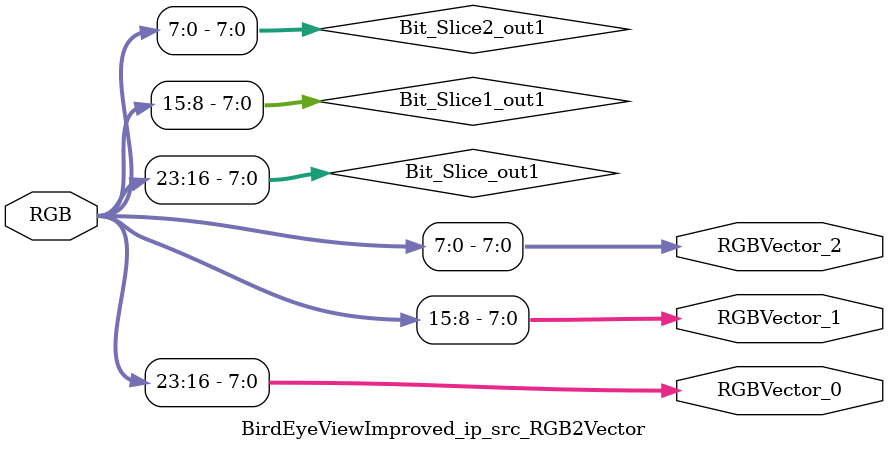
<source format=v>



`timescale 1 ns / 1 ns

module BirdEyeViewImproved_ip_src_RGB2Vector
          (RGB,
           RGBVector_0,
           RGBVector_1,
           RGBVector_2);


  input   [31:0] RGB;  // uint32
  output  [7:0] RGBVector_0;  // uint8
  output  [7:0] RGBVector_1;  // uint8
  output  [7:0] RGBVector_2;  // uint8


  wire [7:0] Bit_Slice_out1;  // uint8
  wire [7:0] Bit_Slice1_out1;  // uint8
  wire [7:0] Bit_Slice2_out1;  // uint8

  // RGB represented in
  // 32'hFFRRGGBB


  assign Bit_Slice_out1 = RGB[23:16];



  assign RGBVector_0 = Bit_Slice_out1;

  assign Bit_Slice1_out1 = RGB[15:8];



  assign RGBVector_1 = Bit_Slice1_out1;

  assign Bit_Slice2_out1 = RGB[7:0];



  assign RGBVector_2 = Bit_Slice2_out1;

endmodule  // BirdEyeViewImproved_ip_src_RGB2Vector


</source>
